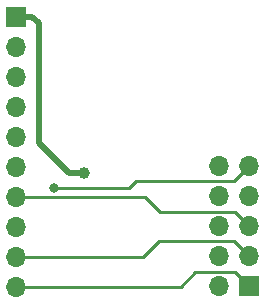
<source format=gtl>
G04 #@! TF.GenerationSoftware,KiCad,Pcbnew,(5.1.5)-2*
G04 #@! TF.CreationDate,2019-12-05T22:10:54+11:00*
G04 #@! TF.ProjectId,BluePill-BitBlaster,426c7565-5069-46c6-9c2d-426974426c61,rev?*
G04 #@! TF.SameCoordinates,Original*
G04 #@! TF.FileFunction,Copper,L1,Top*
G04 #@! TF.FilePolarity,Positive*
%FSLAX46Y46*%
G04 Gerber Fmt 4.6, Leading zero omitted, Abs format (unit mm)*
G04 Created by KiCad (PCBNEW (5.1.5)-2) date 2019-12-05 22:10:54*
%MOMM*%
%LPD*%
G04 APERTURE LIST*
%ADD10O,1.700000X1.700000*%
%ADD11R,1.700000X1.700000*%
%ADD12C,0.800000*%
%ADD13C,1.000000*%
%ADD14C,0.250000*%
%ADD15C,0.500000*%
G04 APERTURE END LIST*
D10*
X128270000Y-62865000D03*
X130810000Y-62865000D03*
X128270000Y-65405000D03*
X130810000Y-65405000D03*
X128270000Y-67945000D03*
X130810000Y-67945000D03*
X128270000Y-70485000D03*
X130810000Y-70485000D03*
X128270000Y-73025000D03*
D11*
X130810000Y-73025000D03*
D10*
X111125000Y-73085000D03*
X111125000Y-70545000D03*
X111125000Y-68005000D03*
X111125000Y-65465000D03*
X111125000Y-62925000D03*
X111125000Y-60385000D03*
X111125000Y-57845000D03*
X111125000Y-55305000D03*
X111125000Y-52765000D03*
D11*
X111125000Y-50225000D03*
D12*
X114300000Y-64770000D03*
D13*
X116840000Y-63500000D03*
D14*
X125035000Y-73085000D02*
X111125000Y-73085000D01*
X126270001Y-71849999D02*
X125035000Y-73085000D01*
X130810000Y-73025000D02*
X129634999Y-71849999D01*
X129634999Y-71849999D02*
X126270001Y-71849999D01*
X123190000Y-69215000D02*
X121860000Y-70545000D01*
X130810000Y-70485000D02*
X129540000Y-69215000D01*
X121860000Y-70545000D02*
X111125000Y-70545000D01*
X129540000Y-69215000D02*
X123190000Y-69215000D01*
X120650000Y-64770000D02*
X114300000Y-64770000D01*
X121285000Y-64135000D02*
X120650000Y-64770000D01*
X130810000Y-62865000D02*
X129540000Y-64135000D01*
X129540000Y-64135000D02*
X121285000Y-64135000D01*
X121980000Y-65465000D02*
X111125000Y-65465000D01*
X123284999Y-66769999D02*
X121980000Y-65465000D01*
X130810000Y-67945000D02*
X129634999Y-66769999D01*
X129634999Y-66769999D02*
X123284999Y-66769999D01*
D15*
X112475000Y-50225000D02*
X113030000Y-50780000D01*
X111125000Y-50225000D02*
X112475000Y-50225000D01*
X113030000Y-50780000D02*
X113030000Y-60960000D01*
X115570000Y-63500000D02*
X116840000Y-63500000D01*
X113030000Y-60960000D02*
X115570000Y-63500000D01*
M02*

</source>
